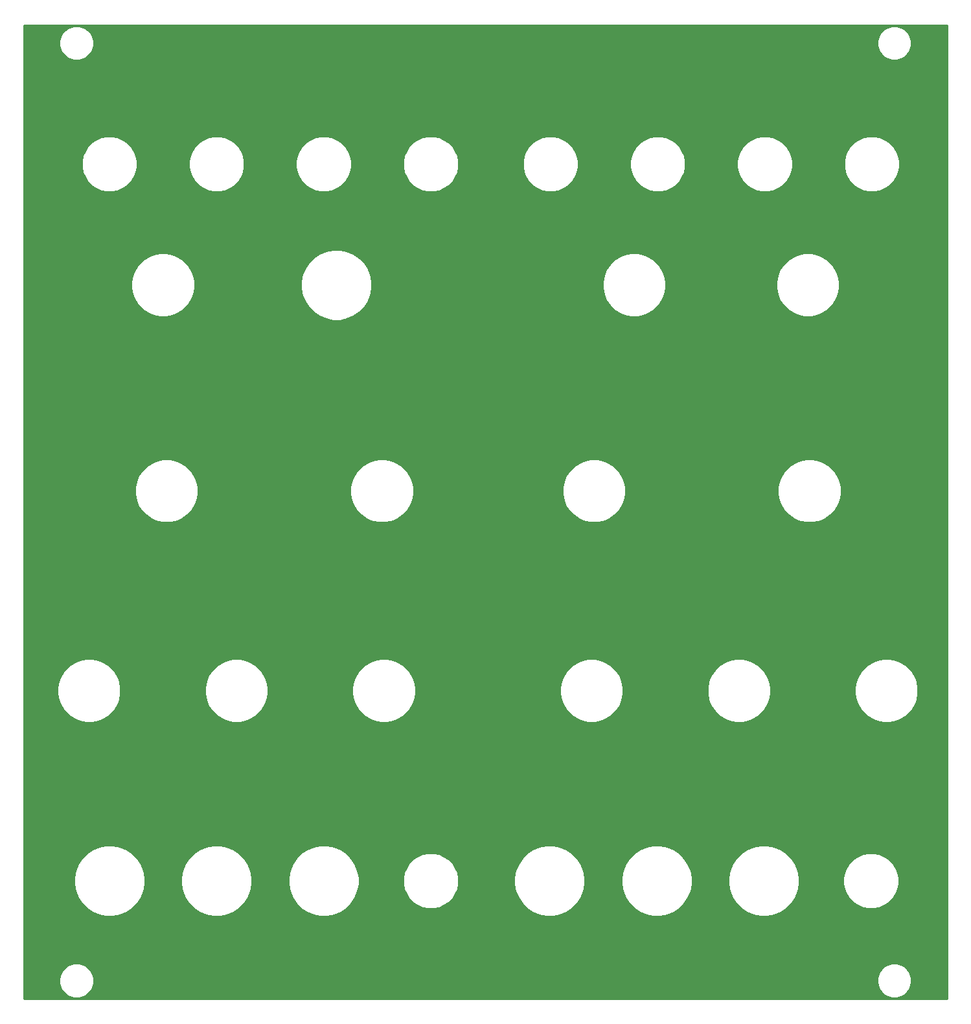
<source format=gbl>
%TF.GenerationSoftware,KiCad,Pcbnew,(5.1.12)-1*%
%TF.CreationDate,2021-11-26T16:51:06-08:00*%
%TF.ProjectId,VCO Front Pannel,56434f20-4672-46f6-9e74-2050616e6e65,rev?*%
%TF.SameCoordinates,Original*%
%TF.FileFunction,Copper,L2,Bot*%
%TF.FilePolarity,Positive*%
%FSLAX46Y46*%
G04 Gerber Fmt 4.6, Leading zero omitted, Abs format (unit mm)*
G04 Created by KiCad (PCBNEW (5.1.12)-1) date 2021-11-26 16:51:06*
%MOMM*%
%LPD*%
G01*
G04 APERTURE LIST*
%TA.AperFunction,NonConductor*%
%ADD10C,0.254000*%
%TD*%
%TA.AperFunction,NonConductor*%
%ADD11C,0.100000*%
%TD*%
G04 APERTURE END LIST*
D10*
X152760001Y-152640000D02*
X32160000Y-152640000D01*
X32160000Y-150076521D01*
X36730979Y-150076521D01*
X36730979Y-150523479D01*
X36818176Y-150961849D01*
X36989220Y-151374785D01*
X37237536Y-151746417D01*
X37553583Y-152062464D01*
X37925215Y-152310780D01*
X38338151Y-152481824D01*
X38776521Y-152569021D01*
X39223479Y-152569021D01*
X39661849Y-152481824D01*
X40074785Y-152310780D01*
X40446417Y-152062464D01*
X40762464Y-151746417D01*
X41010780Y-151374785D01*
X41181824Y-150961849D01*
X41269021Y-150523479D01*
X41269021Y-150076521D01*
X41262338Y-150042921D01*
X143630979Y-150042921D01*
X143630979Y-150489879D01*
X143718176Y-150928249D01*
X143889220Y-151341185D01*
X144137536Y-151712817D01*
X144453583Y-152028864D01*
X144825215Y-152277180D01*
X145238151Y-152448224D01*
X145676521Y-152535421D01*
X146123479Y-152535421D01*
X146561849Y-152448224D01*
X146974785Y-152277180D01*
X147346417Y-152028864D01*
X147662464Y-151712817D01*
X147910780Y-151341185D01*
X148081824Y-150928249D01*
X148169021Y-150489879D01*
X148169021Y-150042921D01*
X148081824Y-149604551D01*
X147910780Y-149191615D01*
X147662464Y-148819983D01*
X147346417Y-148503936D01*
X146974785Y-148255620D01*
X146561849Y-148084576D01*
X146123479Y-147997379D01*
X145676521Y-147997379D01*
X145238151Y-148084576D01*
X144825215Y-148255620D01*
X144453583Y-148503936D01*
X144137536Y-148819983D01*
X143889220Y-149191615D01*
X143718176Y-149604551D01*
X143630979Y-150042921D01*
X41262338Y-150042921D01*
X41181824Y-149638151D01*
X41010780Y-149225215D01*
X40762464Y-148853583D01*
X40446417Y-148537536D01*
X40074785Y-148289220D01*
X39661849Y-148118176D01*
X39223479Y-148030979D01*
X38776521Y-148030979D01*
X38338151Y-148118176D01*
X37925215Y-148289220D01*
X37553583Y-148537536D01*
X37237536Y-148853583D01*
X36989220Y-149225215D01*
X36818176Y-149638151D01*
X36730979Y-150076521D01*
X32160000Y-150076521D01*
X32160000Y-136783280D01*
X38649535Y-136783280D01*
X38649535Y-137700720D01*
X38828519Y-138600532D01*
X39179608Y-139448137D01*
X39689311Y-140210961D01*
X40338039Y-140859689D01*
X41100863Y-141369392D01*
X41948468Y-141720481D01*
X42848280Y-141899465D01*
X43765720Y-141899465D01*
X44665532Y-141720481D01*
X45513137Y-141369392D01*
X46275961Y-140859689D01*
X46924689Y-140210961D01*
X47434392Y-139448137D01*
X47785481Y-138600532D01*
X47964465Y-137700720D01*
X47964465Y-136783280D01*
X52649535Y-136783280D01*
X52649535Y-137700720D01*
X52828519Y-138600532D01*
X53179608Y-139448137D01*
X53689311Y-140210961D01*
X54338039Y-140859689D01*
X55100863Y-141369392D01*
X55948468Y-141720481D01*
X56848280Y-141899465D01*
X57765720Y-141899465D01*
X58665532Y-141720481D01*
X59513137Y-141369392D01*
X60275961Y-140859689D01*
X60924689Y-140210961D01*
X61434392Y-139448137D01*
X61785481Y-138600532D01*
X61964465Y-137700720D01*
X61964465Y-136783280D01*
X66649535Y-136783280D01*
X66649535Y-137700720D01*
X66828519Y-138600532D01*
X67179608Y-139448137D01*
X67689311Y-140210961D01*
X68338039Y-140859689D01*
X69100863Y-141369392D01*
X69948468Y-141720481D01*
X70848280Y-141899465D01*
X71765720Y-141899465D01*
X72665532Y-141720481D01*
X73513137Y-141369392D01*
X74275961Y-140859689D01*
X74924689Y-140210961D01*
X75434392Y-139448137D01*
X75785481Y-138600532D01*
X75964465Y-137700720D01*
X75964465Y-136881297D01*
X81644720Y-136881297D01*
X81644720Y-137602703D01*
X81785460Y-138310248D01*
X82061530Y-138976740D01*
X82462322Y-139576567D01*
X82972433Y-140086678D01*
X83572260Y-140487470D01*
X84238752Y-140763540D01*
X84946297Y-140904280D01*
X85667703Y-140904280D01*
X86375248Y-140763540D01*
X87041740Y-140487470D01*
X87641567Y-140086678D01*
X88151678Y-139576567D01*
X88552470Y-138976740D01*
X88828540Y-138310248D01*
X88969280Y-137602703D01*
X88969280Y-136881297D01*
X88949784Y-136783280D01*
X96173535Y-136783280D01*
X96173535Y-137700720D01*
X96352519Y-138600532D01*
X96703608Y-139448137D01*
X97213311Y-140210961D01*
X97862039Y-140859689D01*
X98624863Y-141369392D01*
X99472468Y-141720481D01*
X100372280Y-141899465D01*
X101289720Y-141899465D01*
X102189532Y-141720481D01*
X103037137Y-141369392D01*
X103799961Y-140859689D01*
X104448689Y-140210961D01*
X104958392Y-139448137D01*
X105309481Y-138600532D01*
X105488465Y-137700720D01*
X105488465Y-136783280D01*
X110173535Y-136783280D01*
X110173535Y-137700720D01*
X110352519Y-138600532D01*
X110703608Y-139448137D01*
X111213311Y-140210961D01*
X111862039Y-140859689D01*
X112624863Y-141369392D01*
X113472468Y-141720481D01*
X114372280Y-141899465D01*
X115289720Y-141899465D01*
X116189532Y-141720481D01*
X117037137Y-141369392D01*
X117799961Y-140859689D01*
X118448689Y-140210961D01*
X118958392Y-139448137D01*
X119309481Y-138600532D01*
X119488465Y-137700720D01*
X119488465Y-136783280D01*
X124173535Y-136783280D01*
X124173535Y-137700720D01*
X124352519Y-138600532D01*
X124703608Y-139448137D01*
X125213311Y-140210961D01*
X125862039Y-140859689D01*
X126624863Y-141369392D01*
X127472468Y-141720481D01*
X128372280Y-141899465D01*
X129289720Y-141899465D01*
X130189532Y-141720481D01*
X131037137Y-141369392D01*
X131799961Y-140859689D01*
X132448689Y-140210961D01*
X132958392Y-139448137D01*
X133309481Y-138600532D01*
X133488465Y-137700720D01*
X133488465Y-136881297D01*
X139168720Y-136881297D01*
X139168720Y-137602703D01*
X139309460Y-138310248D01*
X139585530Y-138976740D01*
X139986322Y-139576567D01*
X140496433Y-140086678D01*
X141096260Y-140487470D01*
X141762752Y-140763540D01*
X142470297Y-140904280D01*
X143191703Y-140904280D01*
X143899248Y-140763540D01*
X144565740Y-140487470D01*
X145165567Y-140086678D01*
X145675678Y-139576567D01*
X146076470Y-138976740D01*
X146352540Y-138310248D01*
X146493280Y-137602703D01*
X146493280Y-136881297D01*
X146352540Y-136173752D01*
X146076470Y-135507260D01*
X145675678Y-134907433D01*
X145165567Y-134397322D01*
X144565740Y-133996530D01*
X143899248Y-133720460D01*
X143191703Y-133579720D01*
X142470297Y-133579720D01*
X141762752Y-133720460D01*
X141096260Y-133996530D01*
X140496433Y-134397322D01*
X139986322Y-134907433D01*
X139585530Y-135507260D01*
X139309460Y-136173752D01*
X139168720Y-136881297D01*
X133488465Y-136881297D01*
X133488465Y-136783280D01*
X133309481Y-135883468D01*
X132958392Y-135035863D01*
X132448689Y-134273039D01*
X131799961Y-133624311D01*
X131037137Y-133114608D01*
X130189532Y-132763519D01*
X129289720Y-132584535D01*
X128372280Y-132584535D01*
X127472468Y-132763519D01*
X126624863Y-133114608D01*
X125862039Y-133624311D01*
X125213311Y-134273039D01*
X124703608Y-135035863D01*
X124352519Y-135883468D01*
X124173535Y-136783280D01*
X119488465Y-136783280D01*
X119309481Y-135883468D01*
X118958392Y-135035863D01*
X118448689Y-134273039D01*
X117799961Y-133624311D01*
X117037137Y-133114608D01*
X116189532Y-132763519D01*
X115289720Y-132584535D01*
X114372280Y-132584535D01*
X113472468Y-132763519D01*
X112624863Y-133114608D01*
X111862039Y-133624311D01*
X111213311Y-134273039D01*
X110703608Y-135035863D01*
X110352519Y-135883468D01*
X110173535Y-136783280D01*
X105488465Y-136783280D01*
X105309481Y-135883468D01*
X104958392Y-135035863D01*
X104448689Y-134273039D01*
X103799961Y-133624311D01*
X103037137Y-133114608D01*
X102189532Y-132763519D01*
X101289720Y-132584535D01*
X100372280Y-132584535D01*
X99472468Y-132763519D01*
X98624863Y-133114608D01*
X97862039Y-133624311D01*
X97213311Y-134273039D01*
X96703608Y-135035863D01*
X96352519Y-135883468D01*
X96173535Y-136783280D01*
X88949784Y-136783280D01*
X88828540Y-136173752D01*
X88552470Y-135507260D01*
X88151678Y-134907433D01*
X87641567Y-134397322D01*
X87041740Y-133996530D01*
X86375248Y-133720460D01*
X85667703Y-133579720D01*
X84946297Y-133579720D01*
X84238752Y-133720460D01*
X83572260Y-133996530D01*
X82972433Y-134397322D01*
X82462322Y-134907433D01*
X82061530Y-135507260D01*
X81785460Y-136173752D01*
X81644720Y-136881297D01*
X75964465Y-136881297D01*
X75964465Y-136783280D01*
X75785481Y-135883468D01*
X75434392Y-135035863D01*
X74924689Y-134273039D01*
X74275961Y-133624311D01*
X73513137Y-133114608D01*
X72665532Y-132763519D01*
X71765720Y-132584535D01*
X70848280Y-132584535D01*
X69948468Y-132763519D01*
X69100863Y-133114608D01*
X68338039Y-133624311D01*
X67689311Y-134273039D01*
X67179608Y-135035863D01*
X66828519Y-135883468D01*
X66649535Y-136783280D01*
X61964465Y-136783280D01*
X61785481Y-135883468D01*
X61434392Y-135035863D01*
X60924689Y-134273039D01*
X60275961Y-133624311D01*
X59513137Y-133114608D01*
X58665532Y-132763519D01*
X57765720Y-132584535D01*
X56848280Y-132584535D01*
X55948468Y-132763519D01*
X55100863Y-133114608D01*
X54338039Y-133624311D01*
X53689311Y-134273039D01*
X53179608Y-135035863D01*
X52828519Y-135883468D01*
X52649535Y-136783280D01*
X47964465Y-136783280D01*
X47785481Y-135883468D01*
X47434392Y-135035863D01*
X46924689Y-134273039D01*
X46275961Y-133624311D01*
X45513137Y-133114608D01*
X44665532Y-132763519D01*
X43765720Y-132584535D01*
X42848280Y-132584535D01*
X41948468Y-132763519D01*
X41100863Y-133114608D01*
X40338039Y-133624311D01*
X39689311Y-134273039D01*
X39179608Y-135035863D01*
X38828519Y-135883468D01*
X38649535Y-136783280D01*
X32160000Y-136783280D01*
X32160000Y-111985288D01*
X36480128Y-111985288D01*
X36480128Y-112804712D01*
X36639989Y-113608390D01*
X36953569Y-114365438D01*
X37408816Y-115046764D01*
X37988236Y-115626184D01*
X38669562Y-116081431D01*
X39426610Y-116395011D01*
X40230288Y-116554872D01*
X41049712Y-116554872D01*
X41853390Y-116395011D01*
X42610438Y-116081431D01*
X43291764Y-115626184D01*
X43871184Y-115046764D01*
X44326431Y-114365438D01*
X44640011Y-113608390D01*
X44799872Y-112804712D01*
X44799872Y-111985288D01*
X55750128Y-111985288D01*
X55750128Y-112804712D01*
X55909989Y-113608390D01*
X56223569Y-114365438D01*
X56678816Y-115046764D01*
X57258236Y-115626184D01*
X57939562Y-116081431D01*
X58696610Y-116395011D01*
X59500288Y-116554872D01*
X60319712Y-116554872D01*
X61123390Y-116395011D01*
X61880438Y-116081431D01*
X62561764Y-115626184D01*
X63141184Y-115046764D01*
X63596431Y-114365438D01*
X63910011Y-113608390D01*
X64069872Y-112804712D01*
X64069872Y-111985288D01*
X75020128Y-111985288D01*
X75020128Y-112804712D01*
X75179989Y-113608390D01*
X75493569Y-114365438D01*
X75948816Y-115046764D01*
X76528236Y-115626184D01*
X77209562Y-116081431D01*
X77966610Y-116395011D01*
X78770288Y-116554872D01*
X79589712Y-116554872D01*
X80393390Y-116395011D01*
X81150438Y-116081431D01*
X81831764Y-115626184D01*
X82411184Y-115046764D01*
X82866431Y-114365438D01*
X83180011Y-113608390D01*
X83339872Y-112804712D01*
X83339872Y-111985288D01*
X102164128Y-111985288D01*
X102164128Y-112804712D01*
X102323989Y-113608390D01*
X102637569Y-114365438D01*
X103092816Y-115046764D01*
X103672236Y-115626184D01*
X104353562Y-116081431D01*
X105110610Y-116395011D01*
X105914288Y-116554872D01*
X106733712Y-116554872D01*
X107537390Y-116395011D01*
X108294438Y-116081431D01*
X108975764Y-115626184D01*
X109555184Y-115046764D01*
X110010431Y-114365438D01*
X110324011Y-113608390D01*
X110483872Y-112804712D01*
X110483872Y-111985288D01*
X121434128Y-111985288D01*
X121434128Y-112804712D01*
X121593989Y-113608390D01*
X121907569Y-114365438D01*
X122362816Y-115046764D01*
X122942236Y-115626184D01*
X123623562Y-116081431D01*
X124380610Y-116395011D01*
X125184288Y-116554872D01*
X126003712Y-116554872D01*
X126807390Y-116395011D01*
X127564438Y-116081431D01*
X128245764Y-115626184D01*
X128825184Y-115046764D01*
X129280431Y-114365438D01*
X129594011Y-113608390D01*
X129753872Y-112804712D01*
X129753872Y-111985288D01*
X140704128Y-111985288D01*
X140704128Y-112804712D01*
X140863989Y-113608390D01*
X141177569Y-114365438D01*
X141632816Y-115046764D01*
X142212236Y-115626184D01*
X142893562Y-116081431D01*
X143650610Y-116395011D01*
X144454288Y-116554872D01*
X145273712Y-116554872D01*
X146077390Y-116395011D01*
X146834438Y-116081431D01*
X147515764Y-115626184D01*
X148095184Y-115046764D01*
X148550431Y-114365438D01*
X148864011Y-113608390D01*
X149023872Y-112804712D01*
X149023872Y-111985288D01*
X148864011Y-111181610D01*
X148550431Y-110424562D01*
X148095184Y-109743236D01*
X147515764Y-109163816D01*
X146834438Y-108708569D01*
X146077390Y-108394989D01*
X145273712Y-108235128D01*
X144454288Y-108235128D01*
X143650610Y-108394989D01*
X142893562Y-108708569D01*
X142212236Y-109163816D01*
X141632816Y-109743236D01*
X141177569Y-110424562D01*
X140863989Y-111181610D01*
X140704128Y-111985288D01*
X129753872Y-111985288D01*
X129594011Y-111181610D01*
X129280431Y-110424562D01*
X128825184Y-109743236D01*
X128245764Y-109163816D01*
X127564438Y-108708569D01*
X126807390Y-108394989D01*
X126003712Y-108235128D01*
X125184288Y-108235128D01*
X124380610Y-108394989D01*
X123623562Y-108708569D01*
X122942236Y-109163816D01*
X122362816Y-109743236D01*
X121907569Y-110424562D01*
X121593989Y-111181610D01*
X121434128Y-111985288D01*
X110483872Y-111985288D01*
X110324011Y-111181610D01*
X110010431Y-110424562D01*
X109555184Y-109743236D01*
X108975764Y-109163816D01*
X108294438Y-108708569D01*
X107537390Y-108394989D01*
X106733712Y-108235128D01*
X105914288Y-108235128D01*
X105110610Y-108394989D01*
X104353562Y-108708569D01*
X103672236Y-109163816D01*
X103092816Y-109743236D01*
X102637569Y-110424562D01*
X102323989Y-111181610D01*
X102164128Y-111985288D01*
X83339872Y-111985288D01*
X83180011Y-111181610D01*
X82866431Y-110424562D01*
X82411184Y-109743236D01*
X81831764Y-109163816D01*
X81150438Y-108708569D01*
X80393390Y-108394989D01*
X79589712Y-108235128D01*
X78770288Y-108235128D01*
X77966610Y-108394989D01*
X77209562Y-108708569D01*
X76528236Y-109163816D01*
X75948816Y-109743236D01*
X75493569Y-110424562D01*
X75179989Y-111181610D01*
X75020128Y-111985288D01*
X64069872Y-111985288D01*
X63910011Y-111181610D01*
X63596431Y-110424562D01*
X63141184Y-109743236D01*
X62561764Y-109163816D01*
X61880438Y-108708569D01*
X61123390Y-108394989D01*
X60319712Y-108235128D01*
X59500288Y-108235128D01*
X58696610Y-108394989D01*
X57939562Y-108708569D01*
X57258236Y-109163816D01*
X56678816Y-109743236D01*
X56223569Y-110424562D01*
X55909989Y-111181610D01*
X55750128Y-111985288D01*
X44799872Y-111985288D01*
X44640011Y-111181610D01*
X44326431Y-110424562D01*
X43871184Y-109743236D01*
X43291764Y-109163816D01*
X42610438Y-108708569D01*
X41853390Y-108394989D01*
X41049712Y-108235128D01*
X40230288Y-108235128D01*
X39426610Y-108394989D01*
X38669562Y-108708569D01*
X37988236Y-109163816D01*
X37408816Y-109743236D01*
X36953569Y-110424562D01*
X36639989Y-111181610D01*
X36480128Y-111985288D01*
X32160000Y-111985288D01*
X32160000Y-85885288D01*
X46606128Y-85885288D01*
X46606128Y-86704712D01*
X46765989Y-87508390D01*
X47079569Y-88265438D01*
X47534816Y-88946764D01*
X48114236Y-89526184D01*
X48795562Y-89981431D01*
X49552610Y-90295011D01*
X50356288Y-90454872D01*
X51175712Y-90454872D01*
X51979390Y-90295011D01*
X52736438Y-89981431D01*
X53417764Y-89526184D01*
X53997184Y-88946764D01*
X54452431Y-88265438D01*
X54766011Y-87508390D01*
X54925872Y-86704712D01*
X54925872Y-85885288D01*
X74766128Y-85885288D01*
X74766128Y-86704712D01*
X74925989Y-87508390D01*
X75239569Y-88265438D01*
X75694816Y-88946764D01*
X76274236Y-89526184D01*
X76955562Y-89981431D01*
X77712610Y-90295011D01*
X78516288Y-90454872D01*
X79335712Y-90454872D01*
X80139390Y-90295011D01*
X80896438Y-89981431D01*
X81577764Y-89526184D01*
X82157184Y-88946764D01*
X82612431Y-88265438D01*
X82926011Y-87508390D01*
X83085872Y-86704712D01*
X83085872Y-85885288D01*
X102486128Y-85885288D01*
X102486128Y-86704712D01*
X102645989Y-87508390D01*
X102959569Y-88265438D01*
X103414816Y-88946764D01*
X103994236Y-89526184D01*
X104675562Y-89981431D01*
X105432610Y-90295011D01*
X106236288Y-90454872D01*
X107055712Y-90454872D01*
X107859390Y-90295011D01*
X108616438Y-89981431D01*
X109297764Y-89526184D01*
X109877184Y-88946764D01*
X110332431Y-88265438D01*
X110646011Y-87508390D01*
X110805872Y-86704712D01*
X110805872Y-85885288D01*
X130646128Y-85885288D01*
X130646128Y-86704712D01*
X130805989Y-87508390D01*
X131119569Y-88265438D01*
X131574816Y-88946764D01*
X132154236Y-89526184D01*
X132835562Y-89981431D01*
X133592610Y-90295011D01*
X134396288Y-90454872D01*
X135215712Y-90454872D01*
X136019390Y-90295011D01*
X136776438Y-89981431D01*
X137457764Y-89526184D01*
X138037184Y-88946764D01*
X138492431Y-88265438D01*
X138806011Y-87508390D01*
X138965872Y-86704712D01*
X138965872Y-85885288D01*
X138806011Y-85081610D01*
X138492431Y-84324562D01*
X138037184Y-83643236D01*
X137457764Y-83063816D01*
X136776438Y-82608569D01*
X136019390Y-82294989D01*
X135215712Y-82135128D01*
X134396288Y-82135128D01*
X133592610Y-82294989D01*
X132835562Y-82608569D01*
X132154236Y-83063816D01*
X131574816Y-83643236D01*
X131119569Y-84324562D01*
X130805989Y-85081610D01*
X130646128Y-85885288D01*
X110805872Y-85885288D01*
X110646011Y-85081610D01*
X110332431Y-84324562D01*
X109877184Y-83643236D01*
X109297764Y-83063816D01*
X108616438Y-82608569D01*
X107859390Y-82294989D01*
X107055712Y-82135128D01*
X106236288Y-82135128D01*
X105432610Y-82294989D01*
X104675562Y-82608569D01*
X103994236Y-83063816D01*
X103414816Y-83643236D01*
X102959569Y-84324562D01*
X102645989Y-85081610D01*
X102486128Y-85885288D01*
X83085872Y-85885288D01*
X82926011Y-85081610D01*
X82612431Y-84324562D01*
X82157184Y-83643236D01*
X81577764Y-83063816D01*
X80896438Y-82608569D01*
X80139390Y-82294989D01*
X79335712Y-82135128D01*
X78516288Y-82135128D01*
X77712610Y-82294989D01*
X76955562Y-82608569D01*
X76274236Y-83063816D01*
X75694816Y-83643236D01*
X75239569Y-84324562D01*
X74925989Y-85081610D01*
X74766128Y-85885288D01*
X54925872Y-85885288D01*
X54766011Y-85081610D01*
X54452431Y-84324562D01*
X53997184Y-83643236D01*
X53417764Y-83063816D01*
X52736438Y-82608569D01*
X51979390Y-82294989D01*
X51175712Y-82135128D01*
X50356288Y-82135128D01*
X49552610Y-82294989D01*
X48795562Y-82608569D01*
X48114236Y-83063816D01*
X47534816Y-83643236D01*
X47079569Y-84324562D01*
X46765989Y-85081610D01*
X46606128Y-85885288D01*
X32160000Y-85885288D01*
X32160000Y-58985288D01*
X46147128Y-58985288D01*
X46147128Y-59804712D01*
X46306989Y-60608390D01*
X46620569Y-61365438D01*
X47075816Y-62046764D01*
X47655236Y-62626184D01*
X48336562Y-63081431D01*
X49093610Y-63395011D01*
X49897288Y-63554872D01*
X50716712Y-63554872D01*
X51520390Y-63395011D01*
X52277438Y-63081431D01*
X52958764Y-62626184D01*
X53538184Y-62046764D01*
X53993431Y-61365438D01*
X54307011Y-60608390D01*
X54466872Y-59804712D01*
X54466872Y-58985288D01*
X54457124Y-58936280D01*
X68322535Y-58936280D01*
X68322535Y-59853720D01*
X68501519Y-60753532D01*
X68852608Y-61601137D01*
X69362311Y-62363961D01*
X70011039Y-63012689D01*
X70773863Y-63522392D01*
X71621468Y-63873481D01*
X72521280Y-64052465D01*
X73438720Y-64052465D01*
X74338532Y-63873481D01*
X75186137Y-63522392D01*
X75948961Y-63012689D01*
X76597689Y-62363961D01*
X77107392Y-61601137D01*
X77458481Y-60753532D01*
X77637465Y-59853720D01*
X77637465Y-58985288D01*
X107720128Y-58985288D01*
X107720128Y-59804712D01*
X107879989Y-60608390D01*
X108193569Y-61365438D01*
X108648816Y-62046764D01*
X109228236Y-62626184D01*
X109909562Y-63081431D01*
X110666610Y-63395011D01*
X111470288Y-63554872D01*
X112289712Y-63554872D01*
X113093390Y-63395011D01*
X113850438Y-63081431D01*
X114531764Y-62626184D01*
X115111184Y-62046764D01*
X115566431Y-61365438D01*
X115880011Y-60608390D01*
X116039872Y-59804712D01*
X116039872Y-58985288D01*
X130420128Y-58985288D01*
X130420128Y-59804712D01*
X130579989Y-60608390D01*
X130893569Y-61365438D01*
X131348816Y-62046764D01*
X131928236Y-62626184D01*
X132609562Y-63081431D01*
X133366610Y-63395011D01*
X134170288Y-63554872D01*
X134989712Y-63554872D01*
X135793390Y-63395011D01*
X136550438Y-63081431D01*
X137231764Y-62626184D01*
X137811184Y-62046764D01*
X138266431Y-61365438D01*
X138580011Y-60608390D01*
X138739872Y-59804712D01*
X138739872Y-58985288D01*
X138580011Y-58181610D01*
X138266431Y-57424562D01*
X137811184Y-56743236D01*
X137231764Y-56163816D01*
X136550438Y-55708569D01*
X135793390Y-55394989D01*
X134989712Y-55235128D01*
X134170288Y-55235128D01*
X133366610Y-55394989D01*
X132609562Y-55708569D01*
X131928236Y-56163816D01*
X131348816Y-56743236D01*
X130893569Y-57424562D01*
X130579989Y-58181610D01*
X130420128Y-58985288D01*
X116039872Y-58985288D01*
X115880011Y-58181610D01*
X115566431Y-57424562D01*
X115111184Y-56743236D01*
X114531764Y-56163816D01*
X113850438Y-55708569D01*
X113093390Y-55394989D01*
X112289712Y-55235128D01*
X111470288Y-55235128D01*
X110666610Y-55394989D01*
X109909562Y-55708569D01*
X109228236Y-56163816D01*
X108648816Y-56743236D01*
X108193569Y-57424562D01*
X107879989Y-58181610D01*
X107720128Y-58985288D01*
X77637465Y-58985288D01*
X77637465Y-58936280D01*
X77458481Y-58036468D01*
X77107392Y-57188863D01*
X76597689Y-56426039D01*
X75948961Y-55777311D01*
X75186137Y-55267608D01*
X74338532Y-54916519D01*
X73438720Y-54737535D01*
X72521280Y-54737535D01*
X71621468Y-54916519D01*
X70773863Y-55267608D01*
X70011039Y-55777311D01*
X69362311Y-56426039D01*
X68852608Y-57188863D01*
X68501519Y-58036468D01*
X68322535Y-58936280D01*
X54457124Y-58936280D01*
X54307011Y-58181610D01*
X53993431Y-57424562D01*
X53538184Y-56743236D01*
X52958764Y-56163816D01*
X52277438Y-55708569D01*
X51520390Y-55394989D01*
X50716712Y-55235128D01*
X49897288Y-55235128D01*
X49093610Y-55394989D01*
X48336562Y-55708569D01*
X47655236Y-56163816D01*
X47075816Y-56743236D01*
X46620569Y-57424562D01*
X46306989Y-58181610D01*
X46147128Y-58985288D01*
X32160000Y-58985288D01*
X32160000Y-43239297D01*
X39644720Y-43239297D01*
X39644720Y-43960703D01*
X39785460Y-44668248D01*
X40061530Y-45334740D01*
X40462322Y-45934567D01*
X40972433Y-46444678D01*
X41572260Y-46845470D01*
X42238752Y-47121540D01*
X42946297Y-47262280D01*
X43667703Y-47262280D01*
X44375248Y-47121540D01*
X45041740Y-46845470D01*
X45641567Y-46444678D01*
X46151678Y-45934567D01*
X46552470Y-45334740D01*
X46828540Y-44668248D01*
X46969280Y-43960703D01*
X46969280Y-43239297D01*
X53644720Y-43239297D01*
X53644720Y-43960703D01*
X53785460Y-44668248D01*
X54061530Y-45334740D01*
X54462322Y-45934567D01*
X54972433Y-46444678D01*
X55572260Y-46845470D01*
X56238752Y-47121540D01*
X56946297Y-47262280D01*
X57667703Y-47262280D01*
X58375248Y-47121540D01*
X59041740Y-46845470D01*
X59641567Y-46444678D01*
X60151678Y-45934567D01*
X60552470Y-45334740D01*
X60828540Y-44668248D01*
X60969280Y-43960703D01*
X60969280Y-43239297D01*
X67644720Y-43239297D01*
X67644720Y-43960703D01*
X67785460Y-44668248D01*
X68061530Y-45334740D01*
X68462322Y-45934567D01*
X68972433Y-46444678D01*
X69572260Y-46845470D01*
X70238752Y-47121540D01*
X70946297Y-47262280D01*
X71667703Y-47262280D01*
X72375248Y-47121540D01*
X73041740Y-46845470D01*
X73641567Y-46444678D01*
X74151678Y-45934567D01*
X74552470Y-45334740D01*
X74828540Y-44668248D01*
X74969280Y-43960703D01*
X74969280Y-43239297D01*
X81644720Y-43239297D01*
X81644720Y-43960703D01*
X81785460Y-44668248D01*
X82061530Y-45334740D01*
X82462322Y-45934567D01*
X82972433Y-46444678D01*
X83572260Y-46845470D01*
X84238752Y-47121540D01*
X84946297Y-47262280D01*
X85667703Y-47262280D01*
X86375248Y-47121540D01*
X87041740Y-46845470D01*
X87641567Y-46444678D01*
X88151678Y-45934567D01*
X88552470Y-45334740D01*
X88828540Y-44668248D01*
X88969280Y-43960703D01*
X88969280Y-43239297D01*
X97295720Y-43239297D01*
X97295720Y-43960703D01*
X97436460Y-44668248D01*
X97712530Y-45334740D01*
X98113322Y-45934567D01*
X98623433Y-46444678D01*
X99223260Y-46845470D01*
X99889752Y-47121540D01*
X100597297Y-47262280D01*
X101318703Y-47262280D01*
X102026248Y-47121540D01*
X102692740Y-46845470D01*
X103292567Y-46444678D01*
X103802678Y-45934567D01*
X104203470Y-45334740D01*
X104479540Y-44668248D01*
X104620280Y-43960703D01*
X104620280Y-43239297D01*
X111295720Y-43239297D01*
X111295720Y-43960703D01*
X111436460Y-44668248D01*
X111712530Y-45334740D01*
X112113322Y-45934567D01*
X112623433Y-46444678D01*
X113223260Y-46845470D01*
X113889752Y-47121540D01*
X114597297Y-47262280D01*
X115318703Y-47262280D01*
X116026248Y-47121540D01*
X116692740Y-46845470D01*
X117292567Y-46444678D01*
X117802678Y-45934567D01*
X118203470Y-45334740D01*
X118479540Y-44668248D01*
X118620280Y-43960703D01*
X118620280Y-43239297D01*
X125295720Y-43239297D01*
X125295720Y-43960703D01*
X125436460Y-44668248D01*
X125712530Y-45334740D01*
X126113322Y-45934567D01*
X126623433Y-46444678D01*
X127223260Y-46845470D01*
X127889752Y-47121540D01*
X128597297Y-47262280D01*
X129318703Y-47262280D01*
X130026248Y-47121540D01*
X130692740Y-46845470D01*
X131292567Y-46444678D01*
X131802678Y-45934567D01*
X132203470Y-45334740D01*
X132479540Y-44668248D01*
X132620280Y-43960703D01*
X132620280Y-43239297D01*
X139295720Y-43239297D01*
X139295720Y-43960703D01*
X139436460Y-44668248D01*
X139712530Y-45334740D01*
X140113322Y-45934567D01*
X140623433Y-46444678D01*
X141223260Y-46845470D01*
X141889752Y-47121540D01*
X142597297Y-47262280D01*
X143318703Y-47262280D01*
X144026248Y-47121540D01*
X144692740Y-46845470D01*
X145292567Y-46444678D01*
X145802678Y-45934567D01*
X146203470Y-45334740D01*
X146479540Y-44668248D01*
X146620280Y-43960703D01*
X146620280Y-43239297D01*
X146479540Y-42531752D01*
X146203470Y-41865260D01*
X145802678Y-41265433D01*
X145292567Y-40755322D01*
X144692740Y-40354530D01*
X144026248Y-40078460D01*
X143318703Y-39937720D01*
X142597297Y-39937720D01*
X141889752Y-40078460D01*
X141223260Y-40354530D01*
X140623433Y-40755322D01*
X140113322Y-41265433D01*
X139712530Y-41865260D01*
X139436460Y-42531752D01*
X139295720Y-43239297D01*
X132620280Y-43239297D01*
X132479540Y-42531752D01*
X132203470Y-41865260D01*
X131802678Y-41265433D01*
X131292567Y-40755322D01*
X130692740Y-40354530D01*
X130026248Y-40078460D01*
X129318703Y-39937720D01*
X128597297Y-39937720D01*
X127889752Y-40078460D01*
X127223260Y-40354530D01*
X126623433Y-40755322D01*
X126113322Y-41265433D01*
X125712530Y-41865260D01*
X125436460Y-42531752D01*
X125295720Y-43239297D01*
X118620280Y-43239297D01*
X118479540Y-42531752D01*
X118203470Y-41865260D01*
X117802678Y-41265433D01*
X117292567Y-40755322D01*
X116692740Y-40354530D01*
X116026248Y-40078460D01*
X115318703Y-39937720D01*
X114597297Y-39937720D01*
X113889752Y-40078460D01*
X113223260Y-40354530D01*
X112623433Y-40755322D01*
X112113322Y-41265433D01*
X111712530Y-41865260D01*
X111436460Y-42531752D01*
X111295720Y-43239297D01*
X104620280Y-43239297D01*
X104479540Y-42531752D01*
X104203470Y-41865260D01*
X103802678Y-41265433D01*
X103292567Y-40755322D01*
X102692740Y-40354530D01*
X102026248Y-40078460D01*
X101318703Y-39937720D01*
X100597297Y-39937720D01*
X99889752Y-40078460D01*
X99223260Y-40354530D01*
X98623433Y-40755322D01*
X98113322Y-41265433D01*
X97712530Y-41865260D01*
X97436460Y-42531752D01*
X97295720Y-43239297D01*
X88969280Y-43239297D01*
X88828540Y-42531752D01*
X88552470Y-41865260D01*
X88151678Y-41265433D01*
X87641567Y-40755322D01*
X87041740Y-40354530D01*
X86375248Y-40078460D01*
X85667703Y-39937720D01*
X84946297Y-39937720D01*
X84238752Y-40078460D01*
X83572260Y-40354530D01*
X82972433Y-40755322D01*
X82462322Y-41265433D01*
X82061530Y-41865260D01*
X81785460Y-42531752D01*
X81644720Y-43239297D01*
X74969280Y-43239297D01*
X74828540Y-42531752D01*
X74552470Y-41865260D01*
X74151678Y-41265433D01*
X73641567Y-40755322D01*
X73041740Y-40354530D01*
X72375248Y-40078460D01*
X71667703Y-39937720D01*
X70946297Y-39937720D01*
X70238752Y-40078460D01*
X69572260Y-40354530D01*
X68972433Y-40755322D01*
X68462322Y-41265433D01*
X68061530Y-41865260D01*
X67785460Y-42531752D01*
X67644720Y-43239297D01*
X60969280Y-43239297D01*
X60828540Y-42531752D01*
X60552470Y-41865260D01*
X60151678Y-41265433D01*
X59641567Y-40755322D01*
X59041740Y-40354530D01*
X58375248Y-40078460D01*
X57667703Y-39937720D01*
X56946297Y-39937720D01*
X56238752Y-40078460D01*
X55572260Y-40354530D01*
X54972433Y-40755322D01*
X54462322Y-41265433D01*
X54061530Y-41865260D01*
X53785460Y-42531752D01*
X53644720Y-43239297D01*
X46969280Y-43239297D01*
X46828540Y-42531752D01*
X46552470Y-41865260D01*
X46151678Y-41265433D01*
X45641567Y-40755322D01*
X45041740Y-40354530D01*
X44375248Y-40078460D01*
X43667703Y-39937720D01*
X42946297Y-39937720D01*
X42238752Y-40078460D01*
X41572260Y-40354530D01*
X40972433Y-40755322D01*
X40462322Y-41265433D01*
X40061530Y-41865260D01*
X39785460Y-42531752D01*
X39644720Y-43239297D01*
X32160000Y-43239297D01*
X32160000Y-27576521D01*
X36730979Y-27576521D01*
X36730979Y-28023479D01*
X36818176Y-28461849D01*
X36989220Y-28874785D01*
X37237536Y-29246417D01*
X37553583Y-29562464D01*
X37925215Y-29810780D01*
X38338151Y-29981824D01*
X38776521Y-30069021D01*
X39223479Y-30069021D01*
X39661849Y-29981824D01*
X40074785Y-29810780D01*
X40446417Y-29562464D01*
X40762464Y-29246417D01*
X41010780Y-28874785D01*
X41181824Y-28461849D01*
X41269021Y-28023479D01*
X41269021Y-27576521D01*
X143630979Y-27576521D01*
X143630979Y-28023479D01*
X143718176Y-28461849D01*
X143889220Y-28874785D01*
X144137536Y-29246417D01*
X144453583Y-29562464D01*
X144825215Y-29810780D01*
X145238151Y-29981824D01*
X145676521Y-30069021D01*
X146123479Y-30069021D01*
X146561849Y-29981824D01*
X146974785Y-29810780D01*
X147346417Y-29562464D01*
X147662464Y-29246417D01*
X147910780Y-28874785D01*
X148081824Y-28461849D01*
X148169021Y-28023479D01*
X148169021Y-27576521D01*
X148081824Y-27138151D01*
X147910780Y-26725215D01*
X147662464Y-26353583D01*
X147346417Y-26037536D01*
X146974785Y-25789220D01*
X146561849Y-25618176D01*
X146123479Y-25530979D01*
X145676521Y-25530979D01*
X145238151Y-25618176D01*
X144825215Y-25789220D01*
X144453583Y-26037536D01*
X144137536Y-26353583D01*
X143889220Y-26725215D01*
X143718176Y-27138151D01*
X143630979Y-27576521D01*
X41269021Y-27576521D01*
X41181824Y-27138151D01*
X41010780Y-26725215D01*
X40762464Y-26353583D01*
X40446417Y-26037536D01*
X40074785Y-25789220D01*
X39661849Y-25618176D01*
X39223479Y-25530979D01*
X38776521Y-25530979D01*
X38338151Y-25618176D01*
X37925215Y-25789220D01*
X37553583Y-26037536D01*
X37237536Y-26353583D01*
X36989220Y-26725215D01*
X36818176Y-27138151D01*
X36730979Y-27576521D01*
X32160000Y-27576521D01*
X32160000Y-25460000D01*
X152760000Y-25460000D01*
X152760001Y-152640000D01*
%TA.AperFunction,NonConductor*%
D11*
G36*
X152760001Y-152640000D02*
G01*
X32160000Y-152640000D01*
X32160000Y-150076521D01*
X36730979Y-150076521D01*
X36730979Y-150523479D01*
X36818176Y-150961849D01*
X36989220Y-151374785D01*
X37237536Y-151746417D01*
X37553583Y-152062464D01*
X37925215Y-152310780D01*
X38338151Y-152481824D01*
X38776521Y-152569021D01*
X39223479Y-152569021D01*
X39661849Y-152481824D01*
X40074785Y-152310780D01*
X40446417Y-152062464D01*
X40762464Y-151746417D01*
X41010780Y-151374785D01*
X41181824Y-150961849D01*
X41269021Y-150523479D01*
X41269021Y-150076521D01*
X41262338Y-150042921D01*
X143630979Y-150042921D01*
X143630979Y-150489879D01*
X143718176Y-150928249D01*
X143889220Y-151341185D01*
X144137536Y-151712817D01*
X144453583Y-152028864D01*
X144825215Y-152277180D01*
X145238151Y-152448224D01*
X145676521Y-152535421D01*
X146123479Y-152535421D01*
X146561849Y-152448224D01*
X146974785Y-152277180D01*
X147346417Y-152028864D01*
X147662464Y-151712817D01*
X147910780Y-151341185D01*
X148081824Y-150928249D01*
X148169021Y-150489879D01*
X148169021Y-150042921D01*
X148081824Y-149604551D01*
X147910780Y-149191615D01*
X147662464Y-148819983D01*
X147346417Y-148503936D01*
X146974785Y-148255620D01*
X146561849Y-148084576D01*
X146123479Y-147997379D01*
X145676521Y-147997379D01*
X145238151Y-148084576D01*
X144825215Y-148255620D01*
X144453583Y-148503936D01*
X144137536Y-148819983D01*
X143889220Y-149191615D01*
X143718176Y-149604551D01*
X143630979Y-150042921D01*
X41262338Y-150042921D01*
X41181824Y-149638151D01*
X41010780Y-149225215D01*
X40762464Y-148853583D01*
X40446417Y-148537536D01*
X40074785Y-148289220D01*
X39661849Y-148118176D01*
X39223479Y-148030979D01*
X38776521Y-148030979D01*
X38338151Y-148118176D01*
X37925215Y-148289220D01*
X37553583Y-148537536D01*
X37237536Y-148853583D01*
X36989220Y-149225215D01*
X36818176Y-149638151D01*
X36730979Y-150076521D01*
X32160000Y-150076521D01*
X32160000Y-136783280D01*
X38649535Y-136783280D01*
X38649535Y-137700720D01*
X38828519Y-138600532D01*
X39179608Y-139448137D01*
X39689311Y-140210961D01*
X40338039Y-140859689D01*
X41100863Y-141369392D01*
X41948468Y-141720481D01*
X42848280Y-141899465D01*
X43765720Y-141899465D01*
X44665532Y-141720481D01*
X45513137Y-141369392D01*
X46275961Y-140859689D01*
X46924689Y-140210961D01*
X47434392Y-139448137D01*
X47785481Y-138600532D01*
X47964465Y-137700720D01*
X47964465Y-136783280D01*
X52649535Y-136783280D01*
X52649535Y-137700720D01*
X52828519Y-138600532D01*
X53179608Y-139448137D01*
X53689311Y-140210961D01*
X54338039Y-140859689D01*
X55100863Y-141369392D01*
X55948468Y-141720481D01*
X56848280Y-141899465D01*
X57765720Y-141899465D01*
X58665532Y-141720481D01*
X59513137Y-141369392D01*
X60275961Y-140859689D01*
X60924689Y-140210961D01*
X61434392Y-139448137D01*
X61785481Y-138600532D01*
X61964465Y-137700720D01*
X61964465Y-136783280D01*
X66649535Y-136783280D01*
X66649535Y-137700720D01*
X66828519Y-138600532D01*
X67179608Y-139448137D01*
X67689311Y-140210961D01*
X68338039Y-140859689D01*
X69100863Y-141369392D01*
X69948468Y-141720481D01*
X70848280Y-141899465D01*
X71765720Y-141899465D01*
X72665532Y-141720481D01*
X73513137Y-141369392D01*
X74275961Y-140859689D01*
X74924689Y-140210961D01*
X75434392Y-139448137D01*
X75785481Y-138600532D01*
X75964465Y-137700720D01*
X75964465Y-136881297D01*
X81644720Y-136881297D01*
X81644720Y-137602703D01*
X81785460Y-138310248D01*
X82061530Y-138976740D01*
X82462322Y-139576567D01*
X82972433Y-140086678D01*
X83572260Y-140487470D01*
X84238752Y-140763540D01*
X84946297Y-140904280D01*
X85667703Y-140904280D01*
X86375248Y-140763540D01*
X87041740Y-140487470D01*
X87641567Y-140086678D01*
X88151678Y-139576567D01*
X88552470Y-138976740D01*
X88828540Y-138310248D01*
X88969280Y-137602703D01*
X88969280Y-136881297D01*
X88949784Y-136783280D01*
X96173535Y-136783280D01*
X96173535Y-137700720D01*
X96352519Y-138600532D01*
X96703608Y-139448137D01*
X97213311Y-140210961D01*
X97862039Y-140859689D01*
X98624863Y-141369392D01*
X99472468Y-141720481D01*
X100372280Y-141899465D01*
X101289720Y-141899465D01*
X102189532Y-141720481D01*
X103037137Y-141369392D01*
X103799961Y-140859689D01*
X104448689Y-140210961D01*
X104958392Y-139448137D01*
X105309481Y-138600532D01*
X105488465Y-137700720D01*
X105488465Y-136783280D01*
X110173535Y-136783280D01*
X110173535Y-137700720D01*
X110352519Y-138600532D01*
X110703608Y-139448137D01*
X111213311Y-140210961D01*
X111862039Y-140859689D01*
X112624863Y-141369392D01*
X113472468Y-141720481D01*
X114372280Y-141899465D01*
X115289720Y-141899465D01*
X116189532Y-141720481D01*
X117037137Y-141369392D01*
X117799961Y-140859689D01*
X118448689Y-140210961D01*
X118958392Y-139448137D01*
X119309481Y-138600532D01*
X119488465Y-137700720D01*
X119488465Y-136783280D01*
X124173535Y-136783280D01*
X124173535Y-137700720D01*
X124352519Y-138600532D01*
X124703608Y-139448137D01*
X125213311Y-140210961D01*
X125862039Y-140859689D01*
X126624863Y-141369392D01*
X127472468Y-141720481D01*
X128372280Y-141899465D01*
X129289720Y-141899465D01*
X130189532Y-141720481D01*
X131037137Y-141369392D01*
X131799961Y-140859689D01*
X132448689Y-140210961D01*
X132958392Y-139448137D01*
X133309481Y-138600532D01*
X133488465Y-137700720D01*
X133488465Y-136881297D01*
X139168720Y-136881297D01*
X139168720Y-137602703D01*
X139309460Y-138310248D01*
X139585530Y-138976740D01*
X139986322Y-139576567D01*
X140496433Y-140086678D01*
X141096260Y-140487470D01*
X141762752Y-140763540D01*
X142470297Y-140904280D01*
X143191703Y-140904280D01*
X143899248Y-140763540D01*
X144565740Y-140487470D01*
X145165567Y-140086678D01*
X145675678Y-139576567D01*
X146076470Y-138976740D01*
X146352540Y-138310248D01*
X146493280Y-137602703D01*
X146493280Y-136881297D01*
X146352540Y-136173752D01*
X146076470Y-135507260D01*
X145675678Y-134907433D01*
X145165567Y-134397322D01*
X144565740Y-133996530D01*
X143899248Y-133720460D01*
X143191703Y-133579720D01*
X142470297Y-133579720D01*
X141762752Y-133720460D01*
X141096260Y-133996530D01*
X140496433Y-134397322D01*
X139986322Y-134907433D01*
X139585530Y-135507260D01*
X139309460Y-136173752D01*
X139168720Y-136881297D01*
X133488465Y-136881297D01*
X133488465Y-136783280D01*
X133309481Y-135883468D01*
X132958392Y-135035863D01*
X132448689Y-134273039D01*
X131799961Y-133624311D01*
X131037137Y-133114608D01*
X130189532Y-132763519D01*
X129289720Y-132584535D01*
X128372280Y-132584535D01*
X127472468Y-132763519D01*
X126624863Y-133114608D01*
X125862039Y-133624311D01*
X125213311Y-134273039D01*
X124703608Y-135035863D01*
X124352519Y-135883468D01*
X124173535Y-136783280D01*
X119488465Y-136783280D01*
X119309481Y-135883468D01*
X118958392Y-135035863D01*
X118448689Y-134273039D01*
X117799961Y-133624311D01*
X117037137Y-133114608D01*
X116189532Y-132763519D01*
X115289720Y-132584535D01*
X114372280Y-132584535D01*
X113472468Y-132763519D01*
X112624863Y-133114608D01*
X111862039Y-133624311D01*
X111213311Y-134273039D01*
X110703608Y-135035863D01*
X110352519Y-135883468D01*
X110173535Y-136783280D01*
X105488465Y-136783280D01*
X105309481Y-135883468D01*
X104958392Y-135035863D01*
X104448689Y-134273039D01*
X103799961Y-133624311D01*
X103037137Y-133114608D01*
X102189532Y-132763519D01*
X101289720Y-132584535D01*
X100372280Y-132584535D01*
X99472468Y-132763519D01*
X98624863Y-133114608D01*
X97862039Y-133624311D01*
X97213311Y-134273039D01*
X96703608Y-135035863D01*
X96352519Y-135883468D01*
X96173535Y-136783280D01*
X88949784Y-136783280D01*
X88828540Y-136173752D01*
X88552470Y-135507260D01*
X88151678Y-134907433D01*
X87641567Y-134397322D01*
X87041740Y-133996530D01*
X86375248Y-133720460D01*
X85667703Y-133579720D01*
X84946297Y-133579720D01*
X84238752Y-133720460D01*
X83572260Y-133996530D01*
X82972433Y-134397322D01*
X82462322Y-134907433D01*
X82061530Y-135507260D01*
X81785460Y-136173752D01*
X81644720Y-136881297D01*
X75964465Y-136881297D01*
X75964465Y-136783280D01*
X75785481Y-135883468D01*
X75434392Y-135035863D01*
X74924689Y-134273039D01*
X74275961Y-133624311D01*
X73513137Y-133114608D01*
X72665532Y-132763519D01*
X71765720Y-132584535D01*
X70848280Y-132584535D01*
X69948468Y-132763519D01*
X69100863Y-133114608D01*
X68338039Y-133624311D01*
X67689311Y-134273039D01*
X67179608Y-135035863D01*
X66828519Y-135883468D01*
X66649535Y-136783280D01*
X61964465Y-136783280D01*
X61785481Y-135883468D01*
X61434392Y-135035863D01*
X60924689Y-134273039D01*
X60275961Y-133624311D01*
X59513137Y-133114608D01*
X58665532Y-132763519D01*
X57765720Y-132584535D01*
X56848280Y-132584535D01*
X55948468Y-132763519D01*
X55100863Y-133114608D01*
X54338039Y-133624311D01*
X53689311Y-134273039D01*
X53179608Y-135035863D01*
X52828519Y-135883468D01*
X52649535Y-136783280D01*
X47964465Y-136783280D01*
X47785481Y-135883468D01*
X47434392Y-135035863D01*
X46924689Y-134273039D01*
X46275961Y-133624311D01*
X45513137Y-133114608D01*
X44665532Y-132763519D01*
X43765720Y-132584535D01*
X42848280Y-132584535D01*
X41948468Y-132763519D01*
X41100863Y-133114608D01*
X40338039Y-133624311D01*
X39689311Y-134273039D01*
X39179608Y-135035863D01*
X38828519Y-135883468D01*
X38649535Y-136783280D01*
X32160000Y-136783280D01*
X32160000Y-111985288D01*
X36480128Y-111985288D01*
X36480128Y-112804712D01*
X36639989Y-113608390D01*
X36953569Y-114365438D01*
X37408816Y-115046764D01*
X37988236Y-115626184D01*
X38669562Y-116081431D01*
X39426610Y-116395011D01*
X40230288Y-116554872D01*
X41049712Y-116554872D01*
X41853390Y-116395011D01*
X42610438Y-116081431D01*
X43291764Y-115626184D01*
X43871184Y-115046764D01*
X44326431Y-114365438D01*
X44640011Y-113608390D01*
X44799872Y-112804712D01*
X44799872Y-111985288D01*
X55750128Y-111985288D01*
X55750128Y-112804712D01*
X55909989Y-113608390D01*
X56223569Y-114365438D01*
X56678816Y-115046764D01*
X57258236Y-115626184D01*
X57939562Y-116081431D01*
X58696610Y-116395011D01*
X59500288Y-116554872D01*
X60319712Y-116554872D01*
X61123390Y-116395011D01*
X61880438Y-116081431D01*
X62561764Y-115626184D01*
X63141184Y-115046764D01*
X63596431Y-114365438D01*
X63910011Y-113608390D01*
X64069872Y-112804712D01*
X64069872Y-111985288D01*
X75020128Y-111985288D01*
X75020128Y-112804712D01*
X75179989Y-113608390D01*
X75493569Y-114365438D01*
X75948816Y-115046764D01*
X76528236Y-115626184D01*
X77209562Y-116081431D01*
X77966610Y-116395011D01*
X78770288Y-116554872D01*
X79589712Y-116554872D01*
X80393390Y-116395011D01*
X81150438Y-116081431D01*
X81831764Y-115626184D01*
X82411184Y-115046764D01*
X82866431Y-114365438D01*
X83180011Y-113608390D01*
X83339872Y-112804712D01*
X83339872Y-111985288D01*
X102164128Y-111985288D01*
X102164128Y-112804712D01*
X102323989Y-113608390D01*
X102637569Y-114365438D01*
X103092816Y-115046764D01*
X103672236Y-115626184D01*
X104353562Y-116081431D01*
X105110610Y-116395011D01*
X105914288Y-116554872D01*
X106733712Y-116554872D01*
X107537390Y-116395011D01*
X108294438Y-116081431D01*
X108975764Y-115626184D01*
X109555184Y-115046764D01*
X110010431Y-114365438D01*
X110324011Y-113608390D01*
X110483872Y-112804712D01*
X110483872Y-111985288D01*
X121434128Y-111985288D01*
X121434128Y-112804712D01*
X121593989Y-113608390D01*
X121907569Y-114365438D01*
X122362816Y-115046764D01*
X122942236Y-115626184D01*
X123623562Y-116081431D01*
X124380610Y-116395011D01*
X125184288Y-116554872D01*
X126003712Y-116554872D01*
X126807390Y-116395011D01*
X127564438Y-116081431D01*
X128245764Y-115626184D01*
X128825184Y-115046764D01*
X129280431Y-114365438D01*
X129594011Y-113608390D01*
X129753872Y-112804712D01*
X129753872Y-111985288D01*
X140704128Y-111985288D01*
X140704128Y-112804712D01*
X140863989Y-113608390D01*
X141177569Y-114365438D01*
X141632816Y-115046764D01*
X142212236Y-115626184D01*
X142893562Y-116081431D01*
X143650610Y-116395011D01*
X144454288Y-116554872D01*
X145273712Y-116554872D01*
X146077390Y-116395011D01*
X146834438Y-116081431D01*
X147515764Y-115626184D01*
X148095184Y-115046764D01*
X148550431Y-114365438D01*
X148864011Y-113608390D01*
X149023872Y-112804712D01*
X149023872Y-111985288D01*
X148864011Y-111181610D01*
X148550431Y-110424562D01*
X148095184Y-109743236D01*
X147515764Y-109163816D01*
X146834438Y-108708569D01*
X146077390Y-108394989D01*
X145273712Y-108235128D01*
X144454288Y-108235128D01*
X143650610Y-108394989D01*
X142893562Y-108708569D01*
X142212236Y-109163816D01*
X141632816Y-109743236D01*
X141177569Y-110424562D01*
X140863989Y-111181610D01*
X140704128Y-111985288D01*
X129753872Y-111985288D01*
X129594011Y-111181610D01*
X129280431Y-110424562D01*
X128825184Y-109743236D01*
X128245764Y-109163816D01*
X127564438Y-108708569D01*
X126807390Y-108394989D01*
X126003712Y-108235128D01*
X125184288Y-108235128D01*
X124380610Y-108394989D01*
X123623562Y-108708569D01*
X122942236Y-109163816D01*
X122362816Y-109743236D01*
X121907569Y-110424562D01*
X121593989Y-111181610D01*
X121434128Y-111985288D01*
X110483872Y-111985288D01*
X110324011Y-111181610D01*
X110010431Y-110424562D01*
X109555184Y-109743236D01*
X108975764Y-109163816D01*
X108294438Y-108708569D01*
X107537390Y-108394989D01*
X106733712Y-108235128D01*
X105914288Y-108235128D01*
X105110610Y-108394989D01*
X104353562Y-108708569D01*
X103672236Y-109163816D01*
X103092816Y-109743236D01*
X102637569Y-110424562D01*
X102323989Y-111181610D01*
X102164128Y-111985288D01*
X83339872Y-111985288D01*
X83180011Y-111181610D01*
X82866431Y-110424562D01*
X82411184Y-109743236D01*
X81831764Y-109163816D01*
X81150438Y-108708569D01*
X80393390Y-108394989D01*
X79589712Y-108235128D01*
X78770288Y-108235128D01*
X77966610Y-108394989D01*
X77209562Y-108708569D01*
X76528236Y-109163816D01*
X75948816Y-109743236D01*
X75493569Y-110424562D01*
X75179989Y-111181610D01*
X75020128Y-111985288D01*
X64069872Y-111985288D01*
X63910011Y-111181610D01*
X63596431Y-110424562D01*
X63141184Y-109743236D01*
X62561764Y-109163816D01*
X61880438Y-108708569D01*
X61123390Y-108394989D01*
X60319712Y-108235128D01*
X59500288Y-108235128D01*
X58696610Y-108394989D01*
X57939562Y-108708569D01*
X57258236Y-109163816D01*
X56678816Y-109743236D01*
X56223569Y-110424562D01*
X55909989Y-111181610D01*
X55750128Y-111985288D01*
X44799872Y-111985288D01*
X44640011Y-111181610D01*
X44326431Y-110424562D01*
X43871184Y-109743236D01*
X43291764Y-109163816D01*
X42610438Y-108708569D01*
X41853390Y-108394989D01*
X41049712Y-108235128D01*
X40230288Y-108235128D01*
X39426610Y-108394989D01*
X38669562Y-108708569D01*
X37988236Y-109163816D01*
X37408816Y-109743236D01*
X36953569Y-110424562D01*
X36639989Y-111181610D01*
X36480128Y-111985288D01*
X32160000Y-111985288D01*
X32160000Y-85885288D01*
X46606128Y-85885288D01*
X46606128Y-86704712D01*
X46765989Y-87508390D01*
X47079569Y-88265438D01*
X47534816Y-88946764D01*
X48114236Y-89526184D01*
X48795562Y-89981431D01*
X49552610Y-90295011D01*
X50356288Y-90454872D01*
X51175712Y-90454872D01*
X51979390Y-90295011D01*
X52736438Y-89981431D01*
X53417764Y-89526184D01*
X53997184Y-88946764D01*
X54452431Y-88265438D01*
X54766011Y-87508390D01*
X54925872Y-86704712D01*
X54925872Y-85885288D01*
X74766128Y-85885288D01*
X74766128Y-86704712D01*
X74925989Y-87508390D01*
X75239569Y-88265438D01*
X75694816Y-88946764D01*
X76274236Y-89526184D01*
X76955562Y-89981431D01*
X77712610Y-90295011D01*
X78516288Y-90454872D01*
X79335712Y-90454872D01*
X80139390Y-90295011D01*
X80896438Y-89981431D01*
X81577764Y-89526184D01*
X82157184Y-88946764D01*
X82612431Y-88265438D01*
X82926011Y-87508390D01*
X83085872Y-86704712D01*
X83085872Y-85885288D01*
X102486128Y-85885288D01*
X102486128Y-86704712D01*
X102645989Y-87508390D01*
X102959569Y-88265438D01*
X103414816Y-88946764D01*
X103994236Y-89526184D01*
X104675562Y-89981431D01*
X105432610Y-90295011D01*
X106236288Y-90454872D01*
X107055712Y-90454872D01*
X107859390Y-90295011D01*
X108616438Y-89981431D01*
X109297764Y-89526184D01*
X109877184Y-88946764D01*
X110332431Y-88265438D01*
X110646011Y-87508390D01*
X110805872Y-86704712D01*
X110805872Y-85885288D01*
X130646128Y-85885288D01*
X130646128Y-86704712D01*
X130805989Y-87508390D01*
X131119569Y-88265438D01*
X131574816Y-88946764D01*
X132154236Y-89526184D01*
X132835562Y-89981431D01*
X133592610Y-90295011D01*
X134396288Y-90454872D01*
X135215712Y-90454872D01*
X136019390Y-90295011D01*
X136776438Y-89981431D01*
X137457764Y-89526184D01*
X138037184Y-88946764D01*
X138492431Y-88265438D01*
X138806011Y-87508390D01*
X138965872Y-86704712D01*
X138965872Y-85885288D01*
X138806011Y-85081610D01*
X138492431Y-84324562D01*
X138037184Y-83643236D01*
X137457764Y-83063816D01*
X136776438Y-82608569D01*
X136019390Y-82294989D01*
X135215712Y-82135128D01*
X134396288Y-82135128D01*
X133592610Y-82294989D01*
X132835562Y-82608569D01*
X132154236Y-83063816D01*
X131574816Y-83643236D01*
X131119569Y-84324562D01*
X130805989Y-85081610D01*
X130646128Y-85885288D01*
X110805872Y-85885288D01*
X110646011Y-85081610D01*
X110332431Y-84324562D01*
X109877184Y-83643236D01*
X109297764Y-83063816D01*
X108616438Y-82608569D01*
X107859390Y-82294989D01*
X107055712Y-82135128D01*
X106236288Y-82135128D01*
X105432610Y-82294989D01*
X104675562Y-82608569D01*
X103994236Y-83063816D01*
X103414816Y-83643236D01*
X102959569Y-84324562D01*
X102645989Y-85081610D01*
X102486128Y-85885288D01*
X83085872Y-85885288D01*
X82926011Y-85081610D01*
X82612431Y-84324562D01*
X82157184Y-83643236D01*
X81577764Y-83063816D01*
X80896438Y-82608569D01*
X80139390Y-82294989D01*
X79335712Y-82135128D01*
X78516288Y-82135128D01*
X77712610Y-82294989D01*
X76955562Y-82608569D01*
X76274236Y-83063816D01*
X75694816Y-83643236D01*
X75239569Y-84324562D01*
X74925989Y-85081610D01*
X74766128Y-85885288D01*
X54925872Y-85885288D01*
X54766011Y-85081610D01*
X54452431Y-84324562D01*
X53997184Y-83643236D01*
X53417764Y-83063816D01*
X52736438Y-82608569D01*
X51979390Y-82294989D01*
X51175712Y-82135128D01*
X50356288Y-82135128D01*
X49552610Y-82294989D01*
X48795562Y-82608569D01*
X48114236Y-83063816D01*
X47534816Y-83643236D01*
X47079569Y-84324562D01*
X46765989Y-85081610D01*
X46606128Y-85885288D01*
X32160000Y-85885288D01*
X32160000Y-58985288D01*
X46147128Y-58985288D01*
X46147128Y-59804712D01*
X46306989Y-60608390D01*
X46620569Y-61365438D01*
X47075816Y-62046764D01*
X47655236Y-62626184D01*
X48336562Y-63081431D01*
X49093610Y-63395011D01*
X49897288Y-63554872D01*
X50716712Y-63554872D01*
X51520390Y-63395011D01*
X52277438Y-63081431D01*
X52958764Y-62626184D01*
X53538184Y-62046764D01*
X53993431Y-61365438D01*
X54307011Y-60608390D01*
X54466872Y-59804712D01*
X54466872Y-58985288D01*
X54457124Y-58936280D01*
X68322535Y-58936280D01*
X68322535Y-59853720D01*
X68501519Y-60753532D01*
X68852608Y-61601137D01*
X69362311Y-62363961D01*
X70011039Y-63012689D01*
X70773863Y-63522392D01*
X71621468Y-63873481D01*
X72521280Y-64052465D01*
X73438720Y-64052465D01*
X74338532Y-63873481D01*
X75186137Y-63522392D01*
X75948961Y-63012689D01*
X76597689Y-62363961D01*
X77107392Y-61601137D01*
X77458481Y-60753532D01*
X77637465Y-59853720D01*
X77637465Y-58985288D01*
X107720128Y-58985288D01*
X107720128Y-59804712D01*
X107879989Y-60608390D01*
X108193569Y-61365438D01*
X108648816Y-62046764D01*
X109228236Y-62626184D01*
X109909562Y-63081431D01*
X110666610Y-63395011D01*
X111470288Y-63554872D01*
X112289712Y-63554872D01*
X113093390Y-63395011D01*
X113850438Y-63081431D01*
X114531764Y-62626184D01*
X115111184Y-62046764D01*
X115566431Y-61365438D01*
X115880011Y-60608390D01*
X116039872Y-59804712D01*
X116039872Y-58985288D01*
X130420128Y-58985288D01*
X130420128Y-59804712D01*
X130579989Y-60608390D01*
X130893569Y-61365438D01*
X131348816Y-62046764D01*
X131928236Y-62626184D01*
X132609562Y-63081431D01*
X133366610Y-63395011D01*
X134170288Y-63554872D01*
X134989712Y-63554872D01*
X135793390Y-63395011D01*
X136550438Y-63081431D01*
X137231764Y-62626184D01*
X137811184Y-62046764D01*
X138266431Y-61365438D01*
X138580011Y-60608390D01*
X138739872Y-59804712D01*
X138739872Y-58985288D01*
X138580011Y-58181610D01*
X138266431Y-57424562D01*
X137811184Y-56743236D01*
X137231764Y-56163816D01*
X136550438Y-55708569D01*
X135793390Y-55394989D01*
X134989712Y-55235128D01*
X134170288Y-55235128D01*
X133366610Y-55394989D01*
X132609562Y-55708569D01*
X131928236Y-56163816D01*
X131348816Y-56743236D01*
X130893569Y-57424562D01*
X130579989Y-58181610D01*
X130420128Y-58985288D01*
X116039872Y-58985288D01*
X115880011Y-58181610D01*
X115566431Y-57424562D01*
X115111184Y-56743236D01*
X114531764Y-56163816D01*
X113850438Y-55708569D01*
X113093390Y-55394989D01*
X112289712Y-55235128D01*
X111470288Y-55235128D01*
X110666610Y-55394989D01*
X109909562Y-55708569D01*
X109228236Y-56163816D01*
X108648816Y-56743236D01*
X108193569Y-57424562D01*
X107879989Y-58181610D01*
X107720128Y-58985288D01*
X77637465Y-58985288D01*
X77637465Y-58936280D01*
X77458481Y-58036468D01*
X77107392Y-57188863D01*
X76597689Y-56426039D01*
X75948961Y-55777311D01*
X75186137Y-55267608D01*
X74338532Y-54916519D01*
X73438720Y-54737535D01*
X72521280Y-54737535D01*
X71621468Y-54916519D01*
X70773863Y-55267608D01*
X70011039Y-55777311D01*
X69362311Y-56426039D01*
X68852608Y-57188863D01*
X68501519Y-58036468D01*
X68322535Y-58936280D01*
X54457124Y-58936280D01*
X54307011Y-58181610D01*
X53993431Y-57424562D01*
X53538184Y-56743236D01*
X52958764Y-56163816D01*
X52277438Y-55708569D01*
X51520390Y-55394989D01*
X50716712Y-55235128D01*
X49897288Y-55235128D01*
X49093610Y-55394989D01*
X48336562Y-55708569D01*
X47655236Y-56163816D01*
X47075816Y-56743236D01*
X46620569Y-57424562D01*
X46306989Y-58181610D01*
X46147128Y-58985288D01*
X32160000Y-58985288D01*
X32160000Y-43239297D01*
X39644720Y-43239297D01*
X39644720Y-43960703D01*
X39785460Y-44668248D01*
X40061530Y-45334740D01*
X40462322Y-45934567D01*
X40972433Y-46444678D01*
X41572260Y-46845470D01*
X42238752Y-47121540D01*
X42946297Y-47262280D01*
X43667703Y-47262280D01*
X44375248Y-47121540D01*
X45041740Y-46845470D01*
X45641567Y-46444678D01*
X46151678Y-45934567D01*
X46552470Y-45334740D01*
X46828540Y-44668248D01*
X46969280Y-43960703D01*
X46969280Y-43239297D01*
X53644720Y-43239297D01*
X53644720Y-43960703D01*
X53785460Y-44668248D01*
X54061530Y-45334740D01*
X54462322Y-45934567D01*
X54972433Y-46444678D01*
X55572260Y-46845470D01*
X56238752Y-47121540D01*
X56946297Y-47262280D01*
X57667703Y-47262280D01*
X58375248Y-47121540D01*
X59041740Y-46845470D01*
X59641567Y-46444678D01*
X60151678Y-45934567D01*
X60552470Y-45334740D01*
X60828540Y-44668248D01*
X60969280Y-43960703D01*
X60969280Y-43239297D01*
X67644720Y-43239297D01*
X67644720Y-43960703D01*
X67785460Y-44668248D01*
X68061530Y-45334740D01*
X68462322Y-45934567D01*
X68972433Y-46444678D01*
X69572260Y-46845470D01*
X70238752Y-47121540D01*
X70946297Y-47262280D01*
X71667703Y-47262280D01*
X72375248Y-47121540D01*
X73041740Y-46845470D01*
X73641567Y-46444678D01*
X74151678Y-45934567D01*
X74552470Y-45334740D01*
X74828540Y-44668248D01*
X74969280Y-43960703D01*
X74969280Y-43239297D01*
X81644720Y-43239297D01*
X81644720Y-43960703D01*
X81785460Y-44668248D01*
X82061530Y-45334740D01*
X82462322Y-45934567D01*
X82972433Y-46444678D01*
X83572260Y-46845470D01*
X84238752Y-47121540D01*
X84946297Y-47262280D01*
X85667703Y-47262280D01*
X86375248Y-47121540D01*
X87041740Y-46845470D01*
X87641567Y-46444678D01*
X88151678Y-45934567D01*
X88552470Y-45334740D01*
X88828540Y-44668248D01*
X88969280Y-43960703D01*
X88969280Y-43239297D01*
X97295720Y-43239297D01*
X97295720Y-43960703D01*
X97436460Y-44668248D01*
X97712530Y-45334740D01*
X98113322Y-45934567D01*
X98623433Y-46444678D01*
X99223260Y-46845470D01*
X99889752Y-47121540D01*
X100597297Y-47262280D01*
X101318703Y-47262280D01*
X102026248Y-47121540D01*
X102692740Y-46845470D01*
X103292567Y-46444678D01*
X103802678Y-45934567D01*
X104203470Y-45334740D01*
X104479540Y-44668248D01*
X104620280Y-43960703D01*
X104620280Y-43239297D01*
X111295720Y-43239297D01*
X111295720Y-43960703D01*
X111436460Y-44668248D01*
X111712530Y-45334740D01*
X112113322Y-45934567D01*
X112623433Y-46444678D01*
X113223260Y-46845470D01*
X113889752Y-47121540D01*
X114597297Y-47262280D01*
X115318703Y-47262280D01*
X116026248Y-47121540D01*
X116692740Y-46845470D01*
X117292567Y-46444678D01*
X117802678Y-45934567D01*
X118203470Y-45334740D01*
X118479540Y-44668248D01*
X118620280Y-43960703D01*
X118620280Y-43239297D01*
X125295720Y-43239297D01*
X125295720Y-43960703D01*
X125436460Y-44668248D01*
X125712530Y-45334740D01*
X126113322Y-45934567D01*
X126623433Y-46444678D01*
X127223260Y-46845470D01*
X127889752Y-47121540D01*
X128597297Y-47262280D01*
X129318703Y-47262280D01*
X130026248Y-47121540D01*
X130692740Y-46845470D01*
X131292567Y-46444678D01*
X131802678Y-45934567D01*
X132203470Y-45334740D01*
X132479540Y-44668248D01*
X132620280Y-43960703D01*
X132620280Y-43239297D01*
X139295720Y-43239297D01*
X139295720Y-43960703D01*
X139436460Y-44668248D01*
X139712530Y-45334740D01*
X140113322Y-45934567D01*
X140623433Y-46444678D01*
X141223260Y-46845470D01*
X141889752Y-47121540D01*
X142597297Y-47262280D01*
X143318703Y-47262280D01*
X144026248Y-47121540D01*
X144692740Y-46845470D01*
X145292567Y-46444678D01*
X145802678Y-45934567D01*
X146203470Y-45334740D01*
X146479540Y-44668248D01*
X146620280Y-43960703D01*
X146620280Y-43239297D01*
X146479540Y-42531752D01*
X146203470Y-41865260D01*
X145802678Y-41265433D01*
X145292567Y-40755322D01*
X144692740Y-40354530D01*
X144026248Y-40078460D01*
X143318703Y-39937720D01*
X142597297Y-39937720D01*
X141889752Y-40078460D01*
X141223260Y-40354530D01*
X140623433Y-40755322D01*
X140113322Y-41265433D01*
X139712530Y-41865260D01*
X139436460Y-42531752D01*
X139295720Y-43239297D01*
X132620280Y-43239297D01*
X132479540Y-42531752D01*
X132203470Y-41865260D01*
X131802678Y-41265433D01*
X131292567Y-40755322D01*
X130692740Y-40354530D01*
X130026248Y-40078460D01*
X129318703Y-39937720D01*
X128597297Y-39937720D01*
X127889752Y-40078460D01*
X127223260Y-40354530D01*
X126623433Y-40755322D01*
X126113322Y-41265433D01*
X125712530Y-41865260D01*
X125436460Y-42531752D01*
X125295720Y-43239297D01*
X118620280Y-43239297D01*
X118479540Y-42531752D01*
X118203470Y-41865260D01*
X117802678Y-41265433D01*
X117292567Y-40755322D01*
X116692740Y-40354530D01*
X116026248Y-40078460D01*
X115318703Y-39937720D01*
X114597297Y-39937720D01*
X113889752Y-40078460D01*
X113223260Y-40354530D01*
X112623433Y-40755322D01*
X112113322Y-41265433D01*
X111712530Y-41865260D01*
X111436460Y-42531752D01*
X111295720Y-43239297D01*
X104620280Y-43239297D01*
X104479540Y-42531752D01*
X104203470Y-41865260D01*
X103802678Y-41265433D01*
X103292567Y-40755322D01*
X102692740Y-40354530D01*
X102026248Y-40078460D01*
X101318703Y-39937720D01*
X100597297Y-39937720D01*
X99889752Y-40078460D01*
X99223260Y-40354530D01*
X98623433Y-40755322D01*
X98113322Y-41265433D01*
X97712530Y-41865260D01*
X97436460Y-42531752D01*
X97295720Y-43239297D01*
X88969280Y-43239297D01*
X88828540Y-42531752D01*
X88552470Y-41865260D01*
X88151678Y-41265433D01*
X87641567Y-40755322D01*
X87041740Y-40354530D01*
X86375248Y-40078460D01*
X85667703Y-39937720D01*
X84946297Y-39937720D01*
X84238752Y-40078460D01*
X83572260Y-40354530D01*
X82972433Y-40755322D01*
X82462322Y-41265433D01*
X82061530Y-41865260D01*
X81785460Y-42531752D01*
X81644720Y-43239297D01*
X74969280Y-43239297D01*
X74828540Y-42531752D01*
X74552470Y-41865260D01*
X74151678Y-41265433D01*
X73641567Y-40755322D01*
X73041740Y-40354530D01*
X72375248Y-40078460D01*
X71667703Y-39937720D01*
X70946297Y-39937720D01*
X70238752Y-40078460D01*
X69572260Y-40354530D01*
X68972433Y-40755322D01*
X68462322Y-41265433D01*
X68061530Y-41865260D01*
X67785460Y-42531752D01*
X67644720Y-43239297D01*
X60969280Y-43239297D01*
X60828540Y-42531752D01*
X60552470Y-41865260D01*
X60151678Y-41265433D01*
X59641567Y-40755322D01*
X59041740Y-40354530D01*
X58375248Y-40078460D01*
X57667703Y-39937720D01*
X56946297Y-39937720D01*
X56238752Y-40078460D01*
X55572260Y-40354530D01*
X54972433Y-40755322D01*
X54462322Y-41265433D01*
X54061530Y-41865260D01*
X53785460Y-42531752D01*
X53644720Y-43239297D01*
X46969280Y-43239297D01*
X46828540Y-42531752D01*
X46552470Y-41865260D01*
X46151678Y-41265433D01*
X45641567Y-40755322D01*
X45041740Y-40354530D01*
X44375248Y-40078460D01*
X43667703Y-39937720D01*
X42946297Y-39937720D01*
X42238752Y-40078460D01*
X41572260Y-40354530D01*
X40972433Y-40755322D01*
X40462322Y-41265433D01*
X40061530Y-41865260D01*
X39785460Y-42531752D01*
X39644720Y-43239297D01*
X32160000Y-43239297D01*
X32160000Y-27576521D01*
X36730979Y-27576521D01*
X36730979Y-28023479D01*
X36818176Y-28461849D01*
X36989220Y-28874785D01*
X37237536Y-29246417D01*
X37553583Y-29562464D01*
X37925215Y-29810780D01*
X38338151Y-29981824D01*
X38776521Y-30069021D01*
X39223479Y-30069021D01*
X39661849Y-29981824D01*
X40074785Y-29810780D01*
X40446417Y-29562464D01*
X40762464Y-29246417D01*
X41010780Y-28874785D01*
X41181824Y-28461849D01*
X41269021Y-28023479D01*
X41269021Y-27576521D01*
X143630979Y-27576521D01*
X143630979Y-28023479D01*
X143718176Y-28461849D01*
X143889220Y-28874785D01*
X144137536Y-29246417D01*
X144453583Y-29562464D01*
X144825215Y-29810780D01*
X145238151Y-29981824D01*
X145676521Y-30069021D01*
X146123479Y-30069021D01*
X146561849Y-29981824D01*
X146974785Y-29810780D01*
X147346417Y-29562464D01*
X147662464Y-29246417D01*
X147910780Y-28874785D01*
X148081824Y-28461849D01*
X148169021Y-28023479D01*
X148169021Y-27576521D01*
X148081824Y-27138151D01*
X147910780Y-26725215D01*
X147662464Y-26353583D01*
X147346417Y-26037536D01*
X146974785Y-25789220D01*
X146561849Y-25618176D01*
X146123479Y-25530979D01*
X145676521Y-25530979D01*
X145238151Y-25618176D01*
X144825215Y-25789220D01*
X144453583Y-26037536D01*
X144137536Y-26353583D01*
X143889220Y-26725215D01*
X143718176Y-27138151D01*
X143630979Y-27576521D01*
X41269021Y-27576521D01*
X41181824Y-27138151D01*
X41010780Y-26725215D01*
X40762464Y-26353583D01*
X40446417Y-26037536D01*
X40074785Y-25789220D01*
X39661849Y-25618176D01*
X39223479Y-25530979D01*
X38776521Y-25530979D01*
X38338151Y-25618176D01*
X37925215Y-25789220D01*
X37553583Y-26037536D01*
X37237536Y-26353583D01*
X36989220Y-26725215D01*
X36818176Y-27138151D01*
X36730979Y-27576521D01*
X32160000Y-27576521D01*
X32160000Y-25460000D01*
X152760000Y-25460000D01*
X152760001Y-152640000D01*
G37*
%TD.AperFunction*%
M02*

</source>
